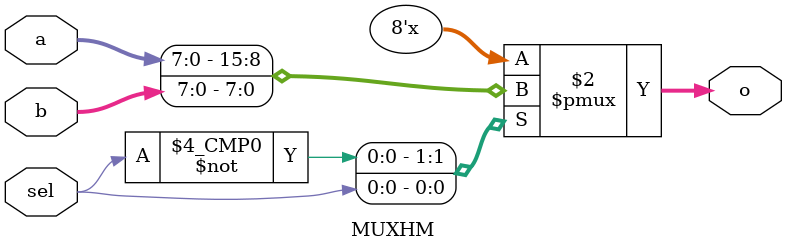
<source format=v>
`timescale 1ns / 1ps
module MUXHM(
    input sel,
    input [7:0] a,
    input [7:0] b,
    output reg[7:0] o
    );
always @ (*)
	begin
		case(sel)
		1'b0: o = a;
		1'b1: o = b;
		endcase
	end

endmodule

</source>
